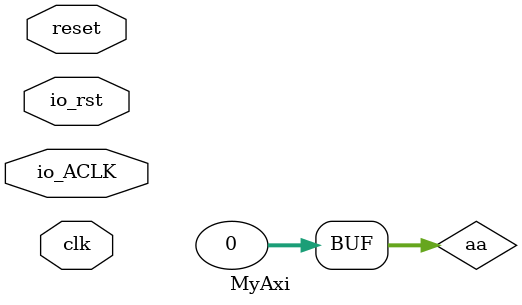
<source format=v>

`timescale 1ns/1ps

module MyAxi (
  input               io_ACLK,
  input               io_rst,
  input               clk,
  input               reset
);

  wire       [31:0]   aa;

  assign aa = 32'h0;

endmodule

</source>
